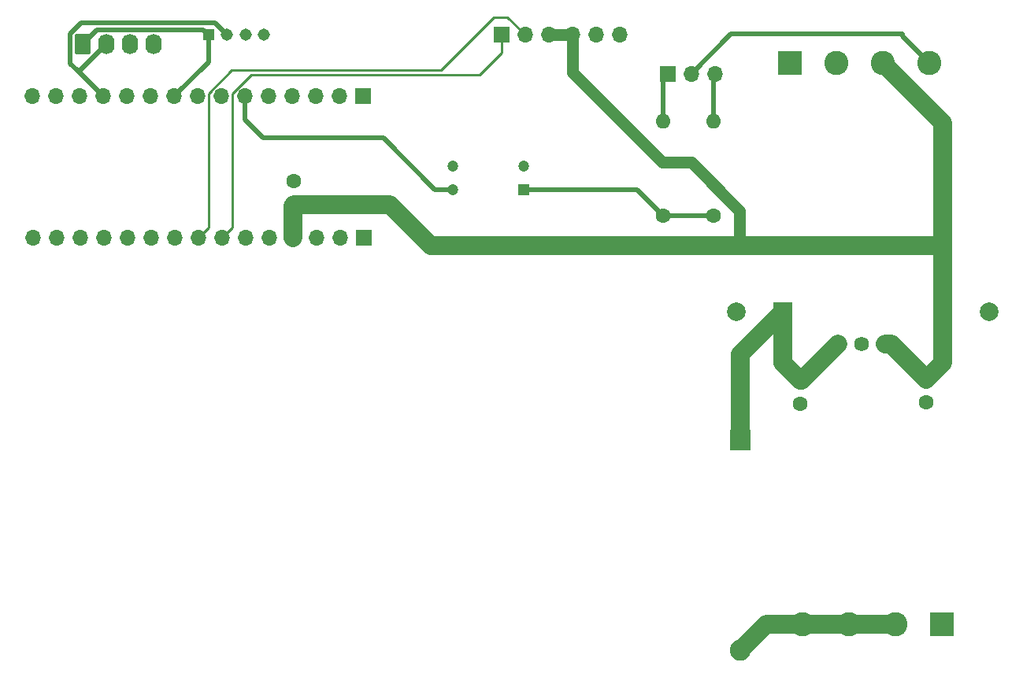
<source format=gbr>
%TF.GenerationSoftware,KiCad,Pcbnew,(6.0.10)*%
%TF.CreationDate,2023-04-13T16:58:54-06:00*%
%TF.ProjectId,RC12,52433132-2e6b-4696-9361-645f70636258,rev?*%
%TF.SameCoordinates,Original*%
%TF.FileFunction,Copper,L1,Top*%
%TF.FilePolarity,Positive*%
%FSLAX46Y46*%
G04 Gerber Fmt 4.6, Leading zero omitted, Abs format (unit mm)*
G04 Created by KiCad (PCBNEW (6.0.10)) date 2023-04-13 16:58:54*
%MOMM*%
%LPD*%
G01*
G04 APERTURE LIST*
G04 Aperture macros list*
%AMRoundRect*
0 Rectangle with rounded corners*
0 $1 Rounding radius*
0 $2 $3 $4 $5 $6 $7 $8 $9 X,Y pos of 4 corners*
0 Add a 4 corners polygon primitive as box body*
4,1,4,$2,$3,$4,$5,$6,$7,$8,$9,$2,$3,0*
0 Add four circle primitives for the rounded corners*
1,1,$1+$1,$2,$3*
1,1,$1+$1,$4,$5*
1,1,$1+$1,$6,$7*
1,1,$1+$1,$8,$9*
0 Add four rect primitives between the rounded corners*
20,1,$1+$1,$2,$3,$4,$5,0*
20,1,$1+$1,$4,$5,$6,$7,0*
20,1,$1+$1,$6,$7,$8,$9,0*
20,1,$1+$1,$8,$9,$2,$3,0*%
G04 Aperture macros list end*
%TA.AperFunction,ComponentPad*%
%ADD10R,1.200000X1.200000*%
%TD*%
%TA.AperFunction,ComponentPad*%
%ADD11C,1.200000*%
%TD*%
%TA.AperFunction,ComponentPad*%
%ADD12R,1.700000X1.700000*%
%TD*%
%TA.AperFunction,ComponentPad*%
%ADD13O,1.700000X1.700000*%
%TD*%
%TA.AperFunction,ComponentPad*%
%ADD14C,1.600000*%
%TD*%
%TA.AperFunction,ComponentPad*%
%ADD15R,2.000000X2.000000*%
%TD*%
%TA.AperFunction,ComponentPad*%
%ADD16C,2.000000*%
%TD*%
%TA.AperFunction,ComponentPad*%
%ADD17R,2.600000X2.600000*%
%TD*%
%TA.AperFunction,ComponentPad*%
%ADD18C,2.600000*%
%TD*%
%TA.AperFunction,ComponentPad*%
%ADD19R,1.308000X1.308000*%
%TD*%
%TA.AperFunction,ComponentPad*%
%ADD20C,1.308000*%
%TD*%
%TA.AperFunction,ComponentPad*%
%ADD21O,1.600000X1.600000*%
%TD*%
%TA.AperFunction,ComponentPad*%
%ADD22R,2.250000X2.250000*%
%TD*%
%TA.AperFunction,ComponentPad*%
%ADD23C,2.250000*%
%TD*%
%TA.AperFunction,ComponentPad*%
%ADD24C,1.590000*%
%TD*%
%TA.AperFunction,ComponentPad*%
%ADD25RoundRect,0.250000X-0.620000X-0.845000X0.620000X-0.845000X0.620000X0.845000X-0.620000X0.845000X0*%
%TD*%
%TA.AperFunction,ComponentPad*%
%ADD26O,1.740000X2.190000*%
%TD*%
%TA.AperFunction,Conductor*%
%ADD27C,0.508000*%
%TD*%
%TA.AperFunction,Conductor*%
%ADD28C,2.032000*%
%TD*%
%TA.AperFunction,Conductor*%
%ADD29C,1.270000*%
%TD*%
%TA.AperFunction,Conductor*%
%ADD30C,0.254000*%
%TD*%
G04 APERTURE END LIST*
D10*
%TO.P,U1,1*%
%TO.N,Net-(R1-Pad1)*%
X81510000Y-43570000D03*
D11*
%TO.P,U1,2*%
%TO.N,GND*%
X81510000Y-41030000D03*
%TO.P,U1,3*%
X73890000Y-41030000D03*
%TO.P,U1,4*%
%TO.N,RPM*%
X73890000Y-43570000D03*
%TD*%
D12*
%TO.P,J2,1,Pin_1*%
%TO.N,unconnected-(J2-Pad1)*%
X64280000Y-48700000D03*
D13*
%TO.P,J2,2,Pin_2*%
%TO.N,GND*%
X61740000Y-48700000D03*
%TO.P,J2,3,Pin_3*%
%TO.N,unconnected-(J2-Pad3)*%
X59200000Y-48700000D03*
%TO.P,J2,4,Pin_4*%
%TO.N,+5V*%
X56660000Y-48700000D03*
%TO.P,J2,5,Pin_5*%
%TO.N,unconnected-(J2-Pad5)*%
X54120000Y-48700000D03*
%TO.P,J2,6,Pin_6*%
%TO.N,unconnected-(J2-Pad6)*%
X51580000Y-48700000D03*
%TO.P,J2,7,Pin_7*%
%TO.N,Net-(J2-Pad7)*%
X49040000Y-48700000D03*
%TO.P,J2,8,Pin_8*%
%TO.N,Net-(J2-Pad8)*%
X46500000Y-48700000D03*
%TO.P,J2,9,Pin_9*%
%TO.N,unconnected-(J2-Pad9)*%
X43960000Y-48700000D03*
%TO.P,J2,10,Pin_10*%
%TO.N,unconnected-(J2-Pad10)*%
X41420000Y-48700000D03*
%TO.P,J2,11,Pin_11*%
%TO.N,unconnected-(J2-Pad11)*%
X38880000Y-48700000D03*
%TO.P,J2,12,Pin_12*%
%TO.N,unconnected-(J2-Pad12)*%
X36340000Y-48700000D03*
%TO.P,J2,13,Pin_13*%
%TO.N,unconnected-(J2-Pad13)*%
X33800000Y-48700000D03*
%TO.P,J2,14,Pin_14*%
%TO.N,unconnected-(J2-Pad14)*%
X31260000Y-48700000D03*
%TO.P,J2,15,Pin_15*%
%TO.N,unconnected-(J2-Pad15)*%
X28720000Y-48700000D03*
%TD*%
D14*
%TO.P,C3,1*%
%TO.N,Net-(C3-Pad1)*%
X111200000Y-64050000D03*
%TO.P,C3,2*%
%TO.N,GND*%
X111200000Y-66550000D03*
%TD*%
D12*
%TO.P,J1,1,Pin_1*%
%TO.N,unconnected-(J1-Pad1)*%
X64230000Y-33490000D03*
D13*
%TO.P,J1,2,Pin_2*%
%TO.N,unconnected-(J1-Pad2)*%
X61690000Y-33490000D03*
%TO.P,J1,3,Pin_3*%
%TO.N,unconnected-(J1-Pad3)*%
X59150000Y-33490000D03*
%TO.P,J1,4,Pin_4*%
%TO.N,GND*%
X56610000Y-33490000D03*
%TO.P,J1,5,Pin_5*%
%TO.N,unconnected-(J1-Pad5)*%
X54070000Y-33490000D03*
%TO.P,J1,6,Pin_6*%
%TO.N,RPM*%
X51530000Y-33490000D03*
%TO.P,J1,7,Pin_7*%
%TO.N,unconnected-(J1-Pad7)*%
X48990000Y-33490000D03*
%TO.P,J1,8,Pin_8*%
%TO.N,unconnected-(J1-Pad8)*%
X46450000Y-33490000D03*
%TO.P,J1,9,Pin_9*%
%TO.N,Dir*%
X43910000Y-33490000D03*
%TO.P,J1,10,Pin_10*%
%TO.N,unconnected-(J1-Pad10)*%
X41370000Y-33490000D03*
%TO.P,J1,11,Pin_11*%
%TO.N,unconnected-(J1-Pad11)*%
X38830000Y-33490000D03*
%TO.P,J1,12,Pin_12*%
%TO.N,PWM*%
X36290000Y-33490000D03*
%TO.P,J1,13,Pin_13*%
%TO.N,unconnected-(J1-Pad13)*%
X33750000Y-33490000D03*
%TO.P,J1,14,Pin_14*%
%TO.N,unconnected-(J1-Pad14)*%
X31210000Y-33490000D03*
%TO.P,J1,15,Pin_15*%
%TO.N,unconnected-(J1-Pad15)*%
X28670000Y-33490000D03*
%TD*%
D15*
%TO.P,C4,1*%
%TO.N,Net-(C3-Pad1)*%
X109348000Y-56700000D03*
D16*
%TO.P,C4,2*%
%TO.N,GND*%
X104348000Y-56700000D03*
%TD*%
D17*
%TO.P,J5,1,Pin_1*%
%TO.N,GND*%
X110100000Y-29900000D03*
D18*
%TO.P,J5,2,Pin_2*%
X115100000Y-29900000D03*
%TO.P,J5,3,Pin_3*%
%TO.N,+5V*%
X120100000Y-29900000D03*
%TO.P,J5,4,Pin_4*%
%TO.N,RPM Sensor*%
X125100000Y-29900000D03*
%TD*%
D15*
%TO.P,C1,1*%
%TO.N,+5V*%
X126564646Y-56700000D03*
D16*
%TO.P,C1,2*%
%TO.N,GND*%
X131564646Y-56700000D03*
%TD*%
D14*
%TO.P,C2,1*%
%TO.N,+5V*%
X124800000Y-63950000D03*
%TO.P,C2,2*%
%TO.N,GND*%
X124800000Y-66450000D03*
%TD*%
%TO.P,C5,1*%
%TO.N,GND*%
X56800000Y-42650000D03*
%TO.P,C5,2*%
%TO.N,+5V*%
X56800000Y-45150000D03*
%TD*%
D17*
%TO.P,J4,1,Pin_1*%
%TO.N,GND*%
X126500000Y-90322000D03*
D18*
%TO.P,J4,2,Pin_2*%
%TO.N,+12V*%
X121500000Y-90322000D03*
%TO.P,J4,3,Pin_3*%
X116500000Y-90322000D03*
%TO.P,J4,4,Pin_4*%
X111500000Y-90322000D03*
%TD*%
D19*
%TO.P,J6,1,Yellow*%
%TO.N,Dir*%
X47600000Y-26900000D03*
D20*
%TO.P,J6,2,White*%
%TO.N,PWM*%
X49600000Y-26900000D03*
%TO.P,J6,3,Red*%
%TO.N,unconnected-(J6-Pad3)*%
X51600000Y-26900000D03*
%TO.P,J6,4,Black*%
%TO.N,GND*%
X53600000Y-26900000D03*
%TD*%
D14*
%TO.P,R1,1*%
%TO.N,Net-(R1-Pad1)*%
X96500000Y-46380000D03*
D21*
%TO.P,R1,2*%
%TO.N,Net-(J3-Pad1)*%
X96500000Y-36220000D03*
%TD*%
D12*
%TO.P,J7,1,Pin_1*%
%TO.N,Net-(J2-Pad7)*%
X79100000Y-26900000D03*
D13*
%TO.P,J7,2,Pin_2*%
%TO.N,Net-(J2-Pad8)*%
X81640000Y-26900000D03*
%TO.P,J7,3,Pin_3*%
%TO.N,+5V*%
X84180000Y-26900000D03*
%TO.P,J7,4,Pin_4*%
X86720000Y-26900000D03*
%TO.P,J7,5,Pin_5*%
%TO.N,GND*%
X89260000Y-26900000D03*
%TO.P,J7,6,Pin_6*%
X91800000Y-26900000D03*
%TD*%
D12*
%TO.P,J3,1,Pin_1*%
%TO.N,Net-(J3-Pad1)*%
X96960000Y-31100000D03*
D13*
%TO.P,J3,2,Pin_2*%
%TO.N,RPM Sensor*%
X99500000Y-31100000D03*
%TO.P,J3,3,Pin_3*%
%TO.N,Net-(J3-Pad3)*%
X102040000Y-31100000D03*
%TD*%
D14*
%TO.P,R2,1*%
%TO.N,Net-(R1-Pad1)*%
X101900000Y-46380000D03*
D21*
%TO.P,R2,2*%
%TO.N,Net-(J3-Pad3)*%
X101900000Y-36220000D03*
%TD*%
D22*
%TO.P,D1,1,C*%
%TO.N,Net-(C3-Pad1)*%
X104800000Y-70500000D03*
D23*
%TO.P,D1,2,A*%
%TO.N,+12V*%
X104800000Y-93100000D03*
%TD*%
D24*
%TO.P,RG1,1,Vin*%
%TO.N,Net-(C3-Pad1)*%
X115288123Y-60175000D03*
%TO.P,RG1,2,GND*%
%TO.N,GND*%
X117828123Y-60175000D03*
%TO.P,RG1,3,Vout*%
%TO.N,+5V*%
X120368123Y-60175000D03*
%TD*%
D25*
%TO.P,J8,1,Pin_1*%
%TO.N,Dir*%
X34090000Y-27920000D03*
D26*
%TO.P,J8,2,Pin_2*%
%TO.N,PWM*%
X36630000Y-27920000D03*
%TO.P,J8,3,Pin_3*%
%TO.N,unconnected-(J8-Pad3)*%
X39170000Y-27920000D03*
%TO.P,J8,4,Pin_4*%
%TO.N,GND*%
X41710000Y-27920000D03*
%TD*%
D27*
%TO.N,RPM*%
X51530000Y-36030000D02*
X51530000Y-33490000D01*
X71970000Y-43570000D02*
X66400000Y-38000000D01*
X73890000Y-43570000D02*
X71970000Y-43570000D01*
X66400000Y-38000000D02*
X53500000Y-38000000D01*
X53500000Y-38000000D02*
X51530000Y-36030000D01*
%TO.N,Dir*%
X47600000Y-26900000D02*
X47600000Y-29800000D01*
X47071000Y-26371000D02*
X47600000Y-26900000D01*
X34090000Y-27920000D02*
X35639000Y-26371000D01*
X35639000Y-26371000D02*
X47071000Y-26371000D01*
X47600000Y-29800000D02*
X43910000Y-33490000D01*
%TO.N,PWM*%
X32766000Y-29966000D02*
X33500000Y-30700000D01*
X32766000Y-26783394D02*
X32766000Y-29966000D01*
X33850000Y-30700000D02*
X33500000Y-30700000D01*
X36630000Y-27920000D02*
X33850000Y-30700000D01*
X48300000Y-25600000D02*
X49600000Y-26900000D01*
X33500000Y-30700000D02*
X36290000Y-33490000D01*
X33949394Y-25600000D02*
X48300000Y-25600000D01*
X32766000Y-26783394D02*
X33949394Y-25600000D01*
D28*
%TO.N,+5V*%
X71487142Y-49535354D02*
X104735354Y-49535354D01*
X121025000Y-60175000D02*
X124800000Y-63950000D01*
X67101788Y-45150000D02*
X71487142Y-49535354D01*
X104735354Y-49535354D02*
X126564646Y-49535354D01*
X126564646Y-49535354D02*
X126564646Y-36364646D01*
X126564646Y-36364646D02*
X120100000Y-29900000D01*
X56660000Y-45290000D02*
X56800000Y-45150000D01*
D29*
X84180000Y-26900000D02*
X86720000Y-26900000D01*
X86720000Y-30920000D02*
X86720000Y-26900000D01*
X96400000Y-40600000D02*
X86720000Y-30920000D01*
D28*
X120368123Y-60175000D02*
X121025000Y-60175000D01*
X126564646Y-56700000D02*
X126564646Y-49535354D01*
D29*
X99500000Y-40600000D02*
X104735354Y-45835354D01*
D28*
X56800000Y-45150000D02*
X67101788Y-45150000D01*
X126564646Y-56700000D02*
X126564646Y-62185354D01*
X56660000Y-48700000D02*
X56660000Y-45290000D01*
D29*
X104735354Y-45835354D02*
X104735354Y-49535354D01*
X96400000Y-40600000D02*
X99500000Y-40600000D01*
D28*
X126564646Y-62185354D02*
X124800000Y-63950000D01*
%TO.N,Net-(C3-Pad1)*%
X109348000Y-56700000D02*
X109348000Y-62198000D01*
X104800000Y-61248000D02*
X109348000Y-56700000D01*
X109348000Y-62198000D02*
X111200000Y-64050000D01*
X111200000Y-64050000D02*
X111413123Y-64050000D01*
X104800000Y-70500000D02*
X104800000Y-61248000D01*
X111413123Y-64050000D02*
X115288123Y-60175000D01*
%TO.N,+12V*%
X111500000Y-90322000D02*
X107578000Y-90322000D01*
X116500000Y-90322000D02*
X111500000Y-90322000D01*
X121500000Y-90322000D02*
X116500000Y-90322000D01*
X107578000Y-90322000D02*
X104800000Y-93100000D01*
D27*
%TO.N,Net-(J3-Pad1)*%
X96500000Y-36220000D02*
X96500000Y-31560000D01*
X96500000Y-31560000D02*
X96960000Y-31100000D01*
D30*
%TO.N,Net-(J2-Pad7)*%
X79100000Y-28800000D02*
X79100000Y-26900000D01*
X76746499Y-31153501D02*
X79100000Y-28800000D01*
X52201969Y-31153501D02*
X76746499Y-31153501D01*
X49040000Y-48700000D02*
X50167000Y-47573000D01*
X50167000Y-47573000D02*
X50167000Y-33188470D01*
X50167000Y-33188470D02*
X52201969Y-31153501D01*
%TO.N,Net-(J2-Pad8)*%
X72600000Y-30700000D02*
X78300000Y-25000000D01*
X47627000Y-33188470D02*
X50115470Y-30700000D01*
X50115470Y-30700000D02*
X72600000Y-30700000D01*
X46500000Y-48700000D02*
X47627000Y-47573000D01*
X78300000Y-25000000D02*
X79740000Y-25000000D01*
X79740000Y-25000000D02*
X81640000Y-26900000D01*
X47627000Y-47573000D02*
X47627000Y-33188470D01*
D27*
%TO.N,RPM Sensor*%
X99500000Y-31100000D02*
X103800000Y-26800000D01*
X122200000Y-27000000D02*
X125100000Y-29900000D01*
X103800000Y-26800000D02*
X122200000Y-26800000D01*
X122200000Y-26800000D02*
X122200000Y-27000000D01*
%TO.N,Net-(J3-Pad3)*%
X101900000Y-31240000D02*
X102040000Y-31100000D01*
X101900000Y-36220000D02*
X101900000Y-31240000D01*
%TO.N,Net-(R1-Pad1)*%
X93690000Y-43570000D02*
X96500000Y-46380000D01*
X96500000Y-46380000D02*
X101900000Y-46380000D01*
X81510000Y-43570000D02*
X93690000Y-43570000D01*
%TD*%
M02*

</source>
